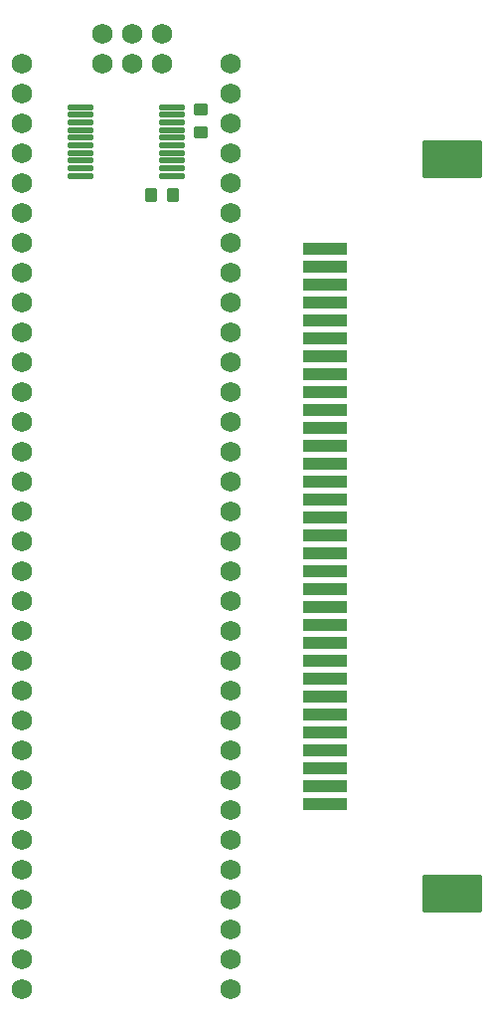
<source format=gts>
%TF.GenerationSoftware,KiCad,Pcbnew,7.0.8*%
%TF.CreationDate,2023-12-20T10:37:59-05:00*%
%TF.ProjectId,gba-umd,6762612d-756d-4642-9e6b-696361645f70,rev?*%
%TF.SameCoordinates,PX7cc0090PY8eeaea0*%
%TF.FileFunction,Soldermask,Top*%
%TF.FilePolarity,Negative*%
%FSLAX46Y46*%
G04 Gerber Fmt 4.6, Leading zero omitted, Abs format (unit mm)*
G04 Created by KiCad (PCBNEW 7.0.8) date 2023-12-20 10:37:59*
%MOMM*%
%LPD*%
G01*
G04 APERTURE LIST*
G04 Aperture macros list*
%AMRoundRect*
0 Rectangle with rounded corners*
0 $1 Rounding radius*
0 $2 $3 $4 $5 $6 $7 $8 $9 X,Y pos of 4 corners*
0 Add a 4 corners polygon primitive as box body*
4,1,4,$2,$3,$4,$5,$6,$7,$8,$9,$2,$3,0*
0 Add four circle primitives for the rounded corners*
1,1,$1+$1,$2,$3*
1,1,$1+$1,$4,$5*
1,1,$1+$1,$6,$7*
1,1,$1+$1,$8,$9*
0 Add four rect primitives between the rounded corners*
20,1,$1+$1,$2,$3,$4,$5,0*
20,1,$1+$1,$4,$5,$6,$7,0*
20,1,$1+$1,$6,$7,$8,$9,0*
20,1,$1+$1,$8,$9,$2,$3,0*%
G04 Aperture macros list end*
%ADD10C,1.727200*%
%ADD11RoundRect,0.100000X-1.000000X-0.150000X1.000000X-0.150000X1.000000X0.150000X-1.000000X0.150000X0*%
%ADD12RoundRect,0.101600X-0.500000X0.400000X-0.500000X-0.400000X0.500000X-0.400000X0.500000X0.400000X0*%
%ADD13RoundRect,0.101600X0.400000X0.500000X-0.400000X0.500000X-0.400000X-0.500000X0.400000X-0.500000X0*%
%ADD14RoundRect,0.100000X-1.778000X-0.444500X1.778000X-0.444500X1.778000X0.444500X-1.778000X0.444500X0*%
%ADD15RoundRect,0.100000X-2.413000X-1.524000X2.413000X-1.524000X2.413000X1.524000X-2.413000X1.524000X0*%
G04 APERTURE END LIST*
D10*
%TO.C,CON102*%
X5080000Y83820000D03*
X5080000Y81280000D03*
X5080000Y78740000D03*
X5080000Y76200000D03*
X5080000Y73660000D03*
X5080000Y71120000D03*
X5080000Y68580000D03*
X5080000Y66040000D03*
X5080000Y63500000D03*
X5080000Y60960000D03*
X5080000Y58420000D03*
X5080000Y55880000D03*
X5080000Y53340000D03*
X5080000Y50800000D03*
X5080000Y48260000D03*
X5080000Y45720000D03*
X5080000Y43180000D03*
X5080000Y40640000D03*
X5080000Y38100000D03*
X5080000Y35560000D03*
X5080000Y33020000D03*
X5080000Y30480000D03*
X5080000Y27940000D03*
X5080000Y25400000D03*
X5080000Y22860000D03*
X5080000Y20320000D03*
X5080000Y17780000D03*
X5080000Y15240000D03*
X5080000Y12700000D03*
X5080000Y10160000D03*
X5080000Y7620000D03*
X5080000Y5080000D03*
X22860000Y5080000D03*
X22860000Y7620000D03*
X22860000Y10160000D03*
X22860000Y12700000D03*
X22860000Y15240000D03*
X22860000Y17780000D03*
X22860000Y20320000D03*
X22860000Y22860000D03*
X22860000Y25400000D03*
X22860000Y27940000D03*
X22860000Y30480000D03*
X22860000Y33020000D03*
X22860000Y35560000D03*
X22860000Y38100000D03*
X22860000Y40640000D03*
X22860000Y43180000D03*
X22860000Y45720000D03*
X22860000Y48260000D03*
X22860000Y50800000D03*
X22860000Y53340000D03*
X22860000Y55880000D03*
X22860000Y58420000D03*
X22860000Y60960000D03*
X22860000Y63500000D03*
X22860000Y66040000D03*
X22860000Y68580000D03*
X22860000Y71120000D03*
X22860000Y73660000D03*
X22860000Y76200000D03*
X22860000Y78740000D03*
X22860000Y81280000D03*
X22860000Y83820000D03*
%TD*%
D11*
%TO.C,U100*%
X10070000Y80141000D03*
X10070000Y79491000D03*
X10070000Y78841000D03*
X10070000Y78191000D03*
X10070000Y77541000D03*
X10070000Y76891000D03*
X10070000Y76241000D03*
X10070000Y75591000D03*
X10070000Y74941000D03*
X10070000Y74291000D03*
X17870000Y74291000D03*
X17870000Y74941000D03*
X17870000Y75591000D03*
X17870000Y76241000D03*
X17870000Y76891000D03*
X17870000Y77541000D03*
X17870000Y78191000D03*
X17870000Y78841000D03*
X17870000Y79491000D03*
X17870000Y80141000D03*
%TD*%
D10*
%TO.C,CON101*%
X11938000Y83820000D03*
X11938000Y86360000D03*
X14478000Y83820000D03*
X14478000Y86360000D03*
X17018000Y83820000D03*
X17018000Y86360000D03*
%TD*%
D12*
%TO.C,C101*%
X20320000Y79944000D03*
X20320000Y78044000D03*
%TD*%
D13*
%TO.C,R101*%
X17968000Y72644000D03*
X16068000Y72644000D03*
%TD*%
D14*
%TO.C,CON103*%
X30924500Y68072000D03*
X30924500Y66548000D03*
X30924500Y65024000D03*
X30924500Y63500000D03*
X30924500Y61976000D03*
X30924500Y60452000D03*
X30924500Y58928000D03*
X30924500Y57404000D03*
X30924500Y55880000D03*
X30924500Y54356000D03*
X30924500Y52832000D03*
X30924500Y51308000D03*
X30924500Y49784000D03*
X30924500Y48260000D03*
X30924500Y46736000D03*
X30924500Y45212000D03*
X30924500Y43688000D03*
X30924500Y42164000D03*
X30924500Y40640000D03*
X30924500Y39116000D03*
X30924500Y37592000D03*
X30924500Y36068000D03*
X30924500Y34544000D03*
X30924500Y33020000D03*
X30924500Y31496000D03*
X30924500Y29972000D03*
X30924500Y28448000D03*
X30924500Y26924000D03*
X30924500Y25400000D03*
X30924500Y23876000D03*
X30924500Y22352000D03*
X30924500Y20828000D03*
D15*
X41719500Y75692000D03*
X41719500Y13208000D03*
%TD*%
M02*

</source>
